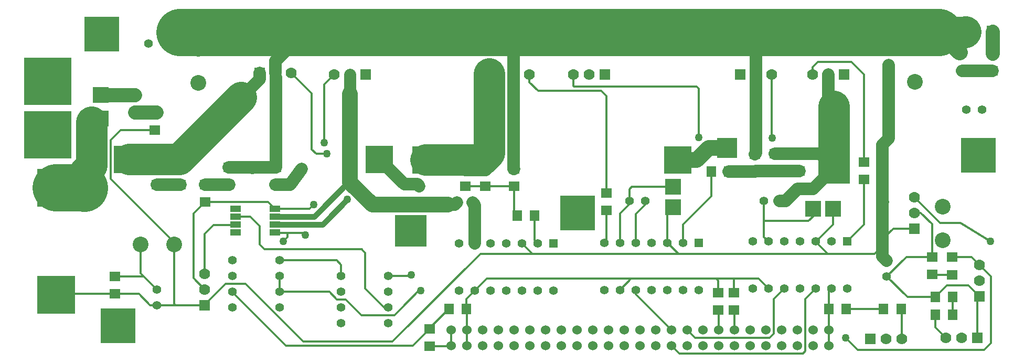
<source format=gtl>
G04 (created by PCBNEW (22-Jun-2014 BZR 4027)-stable) date vie 24 oct 2014 06:28:31 CST*
%MOIN*%
G04 Gerber Fmt 3.4, Leading zero omitted, Abs format*
%FSLAX34Y34*%
G01*
G70*
G90*
G04 APERTURE LIST*
%ADD10C,0.00590551*%
%ADD11R,0.06X0.06*%
%ADD12C,0.06*%
%ADD13R,0.3X0.3*%
%ADD14R,0.175X0.175*%
%ADD15R,0.2X0.2*%
%ADD16R,0.125X0.125*%
%ADD17R,0.24X0.24*%
%ADD18R,0.1X0.1*%
%ADD19R,0.22X0.22*%
%ADD20C,0.055*%
%ADD21R,0.071X0.063*%
%ADD22R,0.063X0.071*%
%ADD23R,0.0709X0.0629*%
%ADD24R,0.0629X0.0709*%
%ADD25R,0.055X0.055*%
%ADD26C,0.1*%
%ADD27R,0.065X0.04*%
%ADD28C,0.07*%
%ADD29R,0.07X0.07*%
%ADD30C,0.05*%
%ADD31C,0.012*%
%ADD32C,0.08*%
%ADD33C,0.2*%
%ADD34C,0.1*%
%ADD35C,0.3*%
%ADD36C,0.09*%
%ADD37C,0.035*%
%ADD38C,0.075*%
G04 APERTURE END LIST*
G54D10*
G54D11*
X106830Y-54205D03*
G54D12*
X106830Y-55205D03*
G54D13*
X53402Y-59645D03*
X53402Y-56235D03*
G54D14*
X58450Y-61200D03*
X74450Y-61200D03*
X77430Y-61250D03*
X93430Y-61250D03*
G54D15*
X76450Y-65740D03*
G54D16*
X96550Y-60490D03*
G54D15*
X103365Y-61730D03*
G54D17*
X53915Y-63010D03*
X53915Y-69810D03*
G54D18*
X103300Y-64330D03*
X102010Y-64330D03*
X93110Y-64230D03*
X93110Y-62940D03*
G54D19*
X56810Y-53230D03*
X57838Y-71764D03*
X112518Y-60956D03*
G54D20*
X112738Y-58030D03*
X111738Y-58030D03*
X98888Y-63835D03*
X99888Y-63835D03*
X80375Y-63960D03*
X79375Y-63960D03*
X60315Y-70475D03*
X60315Y-69475D03*
X90340Y-63830D03*
X91340Y-63830D03*
X106700Y-67640D03*
X106700Y-68640D03*
X111474Y-54566D03*
X111474Y-55566D03*
X60785Y-53850D03*
X59785Y-53850D03*
G54D21*
X58935Y-58210D03*
X58935Y-57110D03*
X113430Y-55570D03*
X113430Y-54470D03*
G54D22*
X79975Y-70695D03*
X78875Y-70695D03*
G54D21*
X77665Y-71963D03*
X77665Y-73063D03*
X67870Y-61720D03*
X67870Y-62820D03*
X88890Y-64450D03*
X88890Y-63350D03*
X105245Y-62465D03*
X105245Y-61365D03*
G54D22*
X96646Y-61974D03*
X95546Y-61974D03*
G54D21*
X98334Y-61966D03*
X98334Y-60866D03*
G54D22*
X83204Y-64768D03*
X84304Y-64768D03*
G54D21*
X83006Y-62920D03*
X83006Y-61820D03*
X63395Y-62803D03*
X63395Y-63903D03*
X64894Y-62798D03*
X64894Y-61698D03*
G54D22*
X104125Y-70695D03*
X103025Y-70695D03*
G54D21*
X97000Y-69670D03*
X97000Y-70770D03*
X96000Y-69670D03*
X96000Y-70770D03*
G54D22*
X110900Y-69950D03*
X109800Y-69950D03*
G54D21*
X109575Y-68500D03*
X109575Y-67400D03*
G54D23*
X99579Y-61949D03*
X99579Y-60831D03*
X101143Y-60829D03*
X101143Y-61947D03*
X79916Y-62903D03*
X79916Y-61785D03*
X81188Y-61800D03*
X81188Y-62918D03*
X60306Y-62811D03*
X60306Y-61693D03*
X61824Y-61693D03*
X61824Y-62811D03*
X60186Y-59331D03*
X60186Y-58213D03*
G54D24*
X112232Y-53052D03*
X113350Y-53052D03*
G54D23*
X110865Y-67421D03*
X110865Y-68539D03*
G54D24*
X109781Y-71080D03*
X110899Y-71080D03*
X107619Y-70700D03*
X106501Y-70700D03*
G54D21*
X57660Y-68660D03*
X57660Y-69760D03*
G54D20*
X75024Y-68605D03*
X75024Y-69605D03*
X75024Y-70605D03*
X75024Y-71605D03*
X72024Y-71605D03*
X72024Y-70605D03*
X72024Y-69605D03*
X72024Y-68605D03*
X65116Y-67624D03*
X65116Y-68624D03*
X65116Y-69624D03*
X65116Y-70624D03*
X68116Y-70624D03*
X68116Y-69624D03*
X68116Y-68624D03*
X68116Y-67624D03*
G54D25*
X85522Y-66546D03*
G54D20*
X84522Y-66546D03*
X83522Y-66546D03*
X82522Y-66546D03*
X81522Y-66546D03*
X80522Y-66546D03*
X79522Y-66546D03*
X79522Y-69546D03*
X80522Y-69546D03*
X81522Y-69546D03*
X82522Y-69546D03*
X83522Y-69546D03*
X84522Y-69546D03*
X85522Y-69546D03*
G54D25*
X94740Y-66502D03*
G54D20*
X93740Y-66502D03*
X92740Y-66502D03*
X91740Y-66502D03*
X90740Y-66502D03*
X89740Y-66502D03*
X88740Y-66502D03*
X88740Y-69502D03*
X89740Y-69502D03*
X90740Y-69502D03*
X91740Y-69502D03*
X92740Y-69502D03*
X93740Y-69502D03*
X94740Y-69502D03*
G54D25*
X104180Y-66420D03*
G54D20*
X103180Y-66420D03*
X102180Y-66420D03*
X101180Y-66420D03*
X100180Y-66420D03*
X99180Y-66420D03*
X98180Y-66420D03*
X98180Y-69420D03*
X99180Y-69420D03*
X100180Y-69420D03*
X101180Y-69420D03*
X102180Y-69420D03*
X103180Y-69420D03*
X104180Y-69420D03*
G54D12*
X79014Y-73051D03*
X79025Y-72060D03*
X84014Y-73051D03*
X80014Y-72051D03*
X85014Y-73051D03*
X81014Y-72051D03*
X86014Y-73051D03*
X82014Y-72051D03*
X87014Y-73051D03*
X83014Y-72051D03*
X88014Y-73051D03*
X84014Y-72051D03*
X89014Y-73051D03*
X85014Y-72051D03*
X90014Y-73051D03*
X86014Y-72051D03*
X91014Y-73051D03*
X87014Y-72051D03*
X92014Y-73051D03*
X88014Y-72051D03*
X93014Y-73051D03*
X89014Y-72051D03*
X94014Y-73051D03*
X90014Y-72051D03*
X91014Y-72051D03*
X95014Y-73051D03*
X92014Y-72051D03*
X94014Y-72051D03*
X95014Y-72051D03*
X96014Y-72051D03*
X97014Y-72051D03*
X96014Y-73051D03*
X97014Y-73051D03*
X80014Y-73051D03*
X81014Y-73051D03*
X82014Y-73051D03*
X83014Y-73051D03*
X98014Y-73051D03*
X98014Y-72051D03*
X93014Y-72051D03*
X99014Y-73051D03*
X99014Y-72051D03*
X100014Y-73051D03*
X100014Y-72051D03*
X101014Y-73051D03*
X101014Y-72051D03*
X102014Y-73051D03*
X102014Y-72051D03*
X103014Y-73051D03*
X103014Y-72051D03*
G54D26*
X62964Y-54194D03*
X62964Y-56334D03*
X61420Y-66610D03*
X59280Y-66610D03*
X108500Y-54125D03*
X108500Y-56265D03*
X110260Y-66350D03*
X110260Y-64210D03*
G54D18*
X56737Y-58627D03*
X56739Y-57110D03*
G54D27*
X65305Y-65835D03*
X65305Y-65335D03*
X65305Y-64835D03*
X65305Y-64335D03*
X67805Y-64335D03*
X67805Y-64835D03*
X67805Y-65335D03*
X67805Y-65835D03*
G54D10*
G36*
X85945Y-65720D02*
X85945Y-63520D01*
X88145Y-63520D01*
X88145Y-65720D01*
X85945Y-65720D01*
X85945Y-65720D01*
G37*
G54D28*
X71600Y-55800D03*
X72600Y-55800D03*
G54D29*
X73600Y-55800D03*
G54D28*
X68850Y-55700D03*
X67850Y-55700D03*
G54D29*
X66850Y-55700D03*
G54D28*
X99400Y-55800D03*
X98400Y-55800D03*
G54D29*
X97400Y-55800D03*
G54D28*
X84000Y-55800D03*
X83000Y-55800D03*
G54D29*
X82000Y-55800D03*
G54D28*
X102000Y-55800D03*
X103000Y-55800D03*
G54D29*
X104000Y-55800D03*
G54D28*
X86800Y-55800D03*
X87800Y-55800D03*
G54D29*
X88800Y-55800D03*
X108460Y-65600D03*
G54D28*
X108460Y-63600D03*
X108460Y-64600D03*
G54D29*
X112590Y-69925D03*
G54D28*
X112590Y-67925D03*
X112590Y-68925D03*
G54D29*
X105650Y-72600D03*
G54D28*
X107650Y-72600D03*
X106650Y-72600D03*
G54D29*
X112452Y-72556D03*
G54D28*
X110452Y-72556D03*
X111452Y-72556D03*
G54D29*
X63360Y-70465D03*
G54D28*
X63360Y-68465D03*
X63360Y-69465D03*
G54D30*
X66374Y-61732D03*
X113302Y-66395D03*
X70278Y-64068D03*
X104097Y-72555D03*
X76500Y-68550D03*
X72420Y-63750D03*
X77000Y-62910D03*
X69533Y-61821D03*
X77072Y-69561D03*
X79254Y-61641D03*
X68341Y-66423D03*
X69737Y-66012D03*
X99405Y-59835D03*
X94738Y-59801D03*
X71124Y-60860D03*
X70960Y-60130D03*
G54D31*
X63360Y-66164D02*
X63360Y-65937D01*
X63360Y-68465D02*
X63360Y-68090D01*
X63360Y-66164D02*
X63360Y-68090D01*
X63917Y-65380D02*
X65304Y-65380D01*
X63360Y-65937D02*
X63917Y-65380D01*
X72024Y-67904D02*
X72024Y-68605D01*
X71744Y-67624D02*
X72024Y-67904D01*
X68116Y-67624D02*
X71744Y-67624D01*
X112232Y-53052D02*
X111753Y-53052D01*
X111753Y-53052D02*
X111674Y-53130D01*
G54D32*
X66340Y-61698D02*
X66374Y-61732D01*
X64894Y-61698D02*
X66340Y-61698D01*
G54D33*
X110019Y-53130D02*
X111674Y-53130D01*
X111674Y-53130D02*
X111705Y-53100D01*
G54D32*
X83000Y-55800D02*
X83000Y-61814D01*
X83000Y-61814D02*
X83006Y-61820D01*
X67870Y-61720D02*
X66386Y-61720D01*
X66386Y-61720D02*
X66374Y-61732D01*
X67880Y-55970D02*
X67880Y-61633D01*
X67874Y-61639D02*
X67870Y-61720D01*
X67880Y-61633D02*
X67874Y-61639D01*
X67850Y-55700D02*
X67850Y-54950D01*
X67850Y-54950D02*
X69669Y-53130D01*
X98400Y-55800D02*
X98400Y-60800D01*
X98400Y-60800D02*
X98334Y-60866D01*
G54D34*
X111354Y-54396D02*
X111335Y-54396D01*
X111335Y-54396D02*
X110019Y-53130D01*
G54D32*
X98400Y-55800D02*
X98400Y-54150D01*
X98400Y-54150D02*
X99418Y-53132D01*
X83000Y-55800D02*
X83000Y-54370D01*
X83000Y-54370D02*
X81762Y-53132D01*
G54D35*
X61789Y-53130D02*
X69669Y-53130D01*
X69669Y-53130D02*
X81762Y-53132D01*
X81762Y-53132D02*
X99418Y-53132D01*
X99418Y-53132D02*
X110019Y-53130D01*
G54D32*
X61789Y-53130D02*
X61787Y-53128D01*
G54D31*
X110090Y-65230D02*
X111400Y-65230D01*
X108460Y-63600D02*
X110090Y-65230D01*
X111400Y-65230D02*
X113302Y-66395D01*
X67803Y-64329D02*
X70017Y-64329D01*
X70017Y-64329D02*
X70278Y-64068D01*
X84304Y-66328D02*
X84522Y-66546D01*
X84304Y-64768D02*
X84304Y-66328D01*
X62643Y-65287D02*
X62643Y-64655D01*
X62643Y-65287D02*
X62643Y-68748D01*
X63360Y-69465D02*
X62643Y-68748D01*
X62643Y-64655D02*
X63395Y-63903D01*
X63395Y-63903D02*
X67373Y-63903D01*
X67373Y-63903D02*
X67803Y-64329D01*
X57660Y-68660D02*
X59500Y-68660D01*
X59280Y-66610D02*
X59280Y-68440D01*
X59280Y-68440D02*
X59500Y-68660D01*
X59500Y-68660D02*
X60315Y-69475D01*
X111339Y-69219D02*
X111884Y-69219D01*
X111884Y-69219D02*
X112590Y-69925D01*
X109800Y-69950D02*
X108010Y-69950D01*
X108010Y-69950D02*
X106700Y-68640D01*
X103025Y-70695D02*
X103025Y-69575D01*
X103025Y-69575D02*
X103180Y-69420D01*
X103014Y-72051D02*
X103014Y-70705D01*
X103014Y-70705D02*
X103025Y-70695D01*
X77665Y-73063D02*
X79002Y-73063D01*
X79002Y-73063D02*
X79014Y-73051D01*
X79025Y-72060D02*
X79025Y-73040D01*
X79025Y-73040D02*
X79014Y-73051D01*
X103014Y-73051D02*
X103014Y-72051D01*
X95546Y-61974D02*
X95546Y-63536D01*
X95546Y-63536D02*
X93740Y-65342D01*
X93740Y-65342D02*
X93740Y-66502D01*
X110531Y-69219D02*
X109800Y-69950D01*
X111339Y-69219D02*
X110531Y-69219D01*
X112452Y-72556D02*
X112452Y-70063D01*
X112452Y-70063D02*
X112590Y-69925D01*
G54D36*
X58935Y-57110D02*
X56739Y-57110D01*
G54D32*
X113430Y-55570D02*
X111478Y-55570D01*
X111478Y-55570D02*
X111474Y-55566D01*
G54D31*
X109575Y-67400D02*
X107940Y-67400D01*
X107940Y-67400D02*
X106700Y-68640D01*
X109575Y-65315D02*
X109575Y-67400D01*
X108860Y-64600D02*
X109575Y-65315D01*
X108460Y-64600D02*
X108860Y-64600D01*
X110865Y-68539D02*
X109614Y-68539D01*
X109614Y-68539D02*
X109575Y-68500D01*
X106501Y-70700D02*
X104130Y-70700D01*
X104130Y-70700D02*
X104125Y-70695D01*
X110900Y-69950D02*
X110900Y-71079D01*
X110900Y-71079D02*
X110899Y-71080D01*
X88890Y-64450D02*
X88890Y-66352D01*
X88890Y-66352D02*
X88740Y-66502D01*
X90340Y-63830D02*
X90340Y-63100D01*
X90500Y-62940D02*
X93110Y-62940D01*
X90340Y-63100D02*
X90500Y-62940D01*
X90340Y-63830D02*
X90340Y-64038D01*
X89740Y-64638D02*
X89740Y-66502D01*
X90340Y-64038D02*
X89740Y-64638D01*
X65116Y-69624D02*
X65116Y-69629D01*
X68535Y-73053D02*
X68535Y-73040D01*
X68527Y-73045D02*
X68535Y-73053D01*
X68527Y-73040D02*
X68527Y-73045D01*
X65116Y-69629D02*
X68527Y-73040D01*
X76406Y-73040D02*
X76588Y-73040D01*
X68535Y-73040D02*
X76406Y-73040D01*
X76588Y-73040D02*
X77665Y-71963D01*
X77665Y-71963D02*
X77665Y-71905D01*
X77665Y-71905D02*
X78875Y-70695D01*
X99518Y-71570D02*
X99518Y-70082D01*
X99518Y-70082D02*
X100180Y-69420D01*
X94517Y-72554D02*
X94014Y-72051D01*
X99257Y-72554D02*
X94517Y-72554D01*
X99518Y-72293D02*
X99257Y-72554D01*
X99518Y-71570D02*
X99518Y-72293D01*
X113310Y-68645D02*
X112590Y-67925D01*
X112086Y-67421D02*
X112590Y-67925D01*
X110865Y-67421D02*
X112086Y-67421D01*
X113310Y-72870D02*
X113310Y-68645D01*
X112883Y-73297D02*
X113310Y-72870D01*
X104839Y-73297D02*
X112883Y-73297D01*
X104097Y-72555D02*
X104839Y-73297D01*
X101516Y-71854D02*
X101516Y-70084D01*
X101516Y-70084D02*
X102180Y-69420D01*
X101371Y-73535D02*
X101371Y-73533D01*
X101290Y-73535D02*
X93512Y-73535D01*
X101371Y-73535D02*
X101290Y-73535D01*
X93014Y-73051D02*
X93512Y-73535D01*
X101516Y-73388D02*
X101516Y-71854D01*
X101371Y-73533D02*
X101516Y-73388D01*
G54D34*
X93430Y-61250D02*
X94612Y-61250D01*
X95372Y-60490D02*
X96550Y-60490D01*
X94612Y-61250D02*
X95372Y-60490D01*
G54D31*
X102010Y-64330D02*
X102010Y-64840D01*
X101730Y-65120D02*
X98888Y-65120D01*
X102010Y-64840D02*
X101730Y-65120D01*
X98888Y-63835D02*
X98888Y-65120D01*
X98888Y-65120D02*
X98888Y-66128D01*
X98888Y-66128D02*
X99180Y-66420D01*
X96014Y-72051D02*
X96014Y-70784D01*
X96014Y-70784D02*
X96000Y-70770D01*
X109781Y-71080D02*
X109781Y-71885D01*
X109781Y-71885D02*
X110452Y-72556D01*
G54D36*
X58935Y-58210D02*
X60281Y-58210D01*
X60281Y-58210D02*
X60291Y-58200D01*
G54D32*
X64920Y-62805D02*
X63397Y-62805D01*
X63397Y-62805D02*
X63395Y-62803D01*
X60306Y-62811D02*
X61824Y-62811D01*
G54D31*
X75024Y-68605D02*
X76445Y-68605D01*
X76445Y-68605D02*
X76500Y-68550D01*
G54D36*
X113427Y-53081D02*
X113427Y-54467D01*
X113427Y-54467D02*
X113430Y-54470D01*
G54D31*
X65304Y-64860D02*
X66267Y-64860D01*
X67155Y-66915D02*
X67125Y-66885D01*
X67155Y-66915D02*
X68005Y-66915D01*
X66836Y-66596D02*
X67125Y-66885D01*
X66836Y-65429D02*
X66836Y-66596D01*
X66420Y-65013D02*
X66836Y-65429D01*
X66267Y-64860D02*
X66420Y-65013D01*
X75024Y-70605D02*
X74745Y-70605D01*
X73560Y-67780D02*
X73560Y-67140D01*
X73560Y-67140D02*
X73335Y-66915D01*
X73560Y-69420D02*
X73560Y-67780D01*
X74745Y-70605D02*
X73560Y-69420D01*
X73155Y-66915D02*
X73335Y-66915D01*
X68005Y-66915D02*
X73155Y-66915D01*
X73335Y-66915D02*
X73337Y-66915D01*
X67980Y-66915D02*
X68005Y-66915D01*
G54D32*
X98334Y-61966D02*
X96654Y-61966D01*
X96654Y-61966D02*
X96646Y-61974D01*
X99579Y-61949D02*
X98351Y-61949D01*
X98351Y-61949D02*
X98334Y-61966D01*
X101143Y-61947D02*
X99581Y-61947D01*
X99581Y-61947D02*
X99579Y-61949D01*
G54D31*
X81188Y-62918D02*
X83004Y-62918D01*
X83004Y-62918D02*
X83006Y-62920D01*
X83006Y-64570D02*
X83204Y-64768D01*
X83006Y-62920D02*
X83006Y-64570D01*
X81188Y-62918D02*
X79931Y-62918D01*
X79931Y-62918D02*
X79916Y-62903D01*
G54D32*
X80522Y-66546D02*
X80522Y-64107D01*
X80522Y-64107D02*
X80375Y-63960D01*
G54D31*
X105245Y-62465D02*
X105245Y-65355D01*
X105245Y-65355D02*
X104180Y-66420D01*
X97014Y-70784D02*
X97000Y-70770D01*
X97014Y-72051D02*
X97014Y-70784D01*
X107650Y-72600D02*
X107650Y-70731D01*
X107650Y-70731D02*
X107619Y-70700D01*
G54D37*
X70850Y-65335D02*
X71055Y-65130D01*
X67805Y-65335D02*
X70850Y-65335D01*
X71055Y-65130D02*
X72420Y-63750D01*
G54D32*
X76040Y-62790D02*
X74450Y-61200D01*
X76880Y-62790D02*
X76040Y-62790D01*
X77000Y-62910D02*
X76880Y-62790D01*
X103000Y-55800D02*
X103000Y-57465D01*
X103000Y-57465D02*
X103365Y-57830D01*
G54D33*
X103365Y-61730D02*
X103365Y-57830D01*
X103357Y-57838D02*
X103356Y-57838D01*
X103365Y-57830D02*
X103357Y-57838D01*
G54D32*
X99888Y-63835D02*
X100285Y-63835D01*
X102005Y-63090D02*
X103365Y-61730D01*
X101030Y-63090D02*
X102005Y-63090D01*
X100285Y-63835D02*
X101030Y-63090D01*
X101143Y-60829D02*
X102464Y-60829D01*
X102464Y-60829D02*
X103365Y-61730D01*
X99579Y-60831D02*
X101141Y-60831D01*
X101141Y-60831D02*
X101143Y-60829D01*
X69533Y-61822D02*
X69533Y-61821D01*
X68788Y-62826D02*
X69533Y-61822D01*
X67867Y-62826D02*
X68788Y-62826D01*
G54D31*
X75846Y-70679D02*
X76964Y-69561D01*
X76964Y-69561D02*
X77072Y-69561D01*
X68116Y-69624D02*
X71289Y-69624D01*
X75408Y-71115D02*
X75753Y-70770D01*
X75753Y-70770D02*
X75844Y-70679D01*
X73325Y-71115D02*
X75408Y-71115D01*
X72311Y-70101D02*
X73325Y-71115D01*
X71766Y-70101D02*
X72311Y-70101D01*
X71289Y-69624D02*
X71766Y-70101D01*
X75844Y-70679D02*
X75846Y-70679D01*
X68116Y-68624D02*
X68116Y-69624D01*
G54D37*
X67802Y-64850D02*
X70310Y-64850D01*
X70532Y-64628D02*
X72600Y-62560D01*
X70325Y-64835D02*
X70532Y-64628D01*
X70310Y-64850D02*
X70325Y-64835D01*
G54D32*
X78831Y-64080D02*
X79255Y-64080D01*
X79255Y-64080D02*
X79375Y-63960D01*
G54D34*
X77320Y-64080D02*
X78831Y-64080D01*
X72600Y-62670D02*
X74010Y-64080D01*
X74010Y-64080D02*
X77320Y-64080D01*
X72600Y-62560D02*
X72600Y-62670D01*
G54D33*
X58580Y-61200D02*
X61758Y-61200D01*
X61758Y-61200D02*
X63360Y-59598D01*
X63360Y-59598D02*
X65670Y-57288D01*
G54D34*
X72600Y-57059D02*
X72600Y-62560D01*
G54D38*
X72600Y-55800D02*
X72600Y-57059D01*
X72600Y-57059D02*
X72590Y-57069D01*
G54D32*
X65670Y-57288D02*
X65670Y-57284D01*
X66850Y-56104D02*
X66850Y-55700D01*
X65670Y-57284D02*
X66850Y-56104D01*
G54D33*
X65670Y-57288D02*
X65604Y-57354D01*
G54D31*
X79254Y-61641D02*
X79254Y-61250D01*
X79254Y-61250D02*
X79254Y-61641D01*
X79254Y-61641D02*
X79254Y-61250D01*
G54D33*
X77430Y-61250D02*
X79254Y-61250D01*
X79254Y-61250D02*
X81024Y-61250D01*
X81459Y-60815D02*
X81459Y-55769D01*
X81024Y-61250D02*
X81459Y-60815D01*
G54D36*
X79931Y-61800D02*
X81188Y-61800D01*
G54D31*
X91340Y-63830D02*
X91340Y-64081D01*
X90740Y-64681D02*
X90740Y-66502D01*
X91340Y-64081D02*
X90740Y-64681D01*
X79931Y-61800D02*
X79916Y-61785D01*
G54D33*
X55726Y-63030D02*
X55726Y-62077D01*
G54D35*
X53915Y-63010D02*
X55706Y-63010D01*
X55706Y-63010D02*
X55726Y-63030D01*
G54D33*
X56198Y-58861D02*
X56200Y-58860D01*
X56198Y-61605D02*
X56198Y-58861D01*
X55726Y-62077D02*
X56198Y-61605D01*
G54D31*
X68341Y-66423D02*
X68341Y-66422D01*
X68631Y-66132D02*
X68631Y-65892D01*
X68341Y-66422D02*
X68631Y-66132D01*
X69737Y-66012D02*
X69676Y-66012D01*
X68631Y-65892D02*
X69556Y-65892D01*
X69676Y-66012D02*
X69556Y-65892D01*
X67800Y-65892D02*
X68631Y-65892D01*
X102000Y-55800D02*
X102000Y-55330D01*
X105245Y-55805D02*
X105245Y-61365D01*
X104440Y-55000D02*
X105245Y-55805D01*
X102330Y-55000D02*
X104440Y-55000D01*
X102000Y-55330D02*
X102330Y-55000D01*
X99405Y-59835D02*
X99400Y-59830D01*
X99400Y-59830D02*
X99400Y-55800D01*
X86800Y-55800D02*
X86800Y-56533D01*
X94617Y-56565D02*
X94754Y-56702D01*
X86832Y-56565D02*
X94617Y-56565D01*
X86800Y-56533D02*
X86832Y-56565D01*
X94738Y-59801D02*
X94738Y-59562D01*
X94760Y-59510D02*
X94754Y-59510D01*
X94754Y-59516D02*
X94760Y-59510D01*
X94754Y-59546D02*
X94754Y-59516D01*
X94738Y-59562D02*
X94754Y-59546D01*
X94754Y-59510D02*
X94754Y-56702D01*
X88890Y-63350D02*
X88890Y-57190D01*
X88890Y-57190D02*
X88550Y-56850D01*
X84000Y-55800D02*
X84000Y-56300D01*
X84550Y-56850D02*
X88550Y-56850D01*
X84000Y-56300D02*
X84550Y-56850D01*
X93014Y-72051D02*
X93014Y-72050D01*
X90740Y-69776D02*
X90740Y-69502D01*
X93014Y-72050D02*
X90740Y-69776D01*
X70160Y-60399D02*
X70160Y-57010D01*
X70160Y-60570D02*
X70160Y-60399D01*
X68850Y-55700D02*
X70160Y-57010D01*
X70439Y-60849D02*
X70160Y-60570D01*
X71113Y-60849D02*
X70439Y-60849D01*
X71124Y-60860D02*
X71113Y-60849D01*
X70960Y-57060D02*
X70960Y-56440D01*
X70960Y-56440D02*
X71600Y-55800D01*
X70960Y-57060D02*
X70960Y-60130D01*
X108460Y-65600D02*
X107110Y-65600D01*
X60186Y-59331D02*
X58035Y-59331D01*
X61420Y-66481D02*
X61420Y-66610D01*
X57384Y-62445D02*
X61420Y-66481D01*
X57384Y-59982D02*
X57384Y-62445D01*
X58035Y-59331D02*
X57384Y-59982D01*
X61420Y-69356D02*
X61420Y-70373D01*
X61420Y-70373D02*
X61522Y-70475D01*
X102180Y-66420D02*
X102180Y-66452D01*
X102180Y-66452D02*
X102949Y-67221D01*
X93471Y-67221D02*
X102949Y-67221D01*
X102949Y-67221D02*
X105931Y-67221D01*
X105931Y-67221D02*
X106426Y-66726D01*
X91845Y-67221D02*
X93471Y-67221D01*
X84180Y-67221D02*
X91845Y-67221D01*
X92740Y-66502D02*
X92752Y-66502D01*
X92752Y-66502D02*
X93471Y-67221D01*
X83522Y-66546D02*
X83522Y-66548D01*
X84180Y-67218D02*
X84180Y-67221D01*
X84183Y-67221D02*
X84180Y-67218D01*
X84195Y-67221D02*
X84183Y-67221D01*
X83522Y-66548D02*
X84195Y-67221D01*
X63360Y-70465D02*
X63360Y-70457D01*
X63360Y-70457D02*
X64697Y-69120D01*
X62975Y-70475D02*
X63350Y-70475D01*
X61522Y-70475D02*
X62975Y-70475D01*
X63350Y-70475D02*
X63360Y-70465D01*
X83840Y-67221D02*
X80871Y-67221D01*
X65955Y-69120D02*
X64697Y-69120D01*
X69625Y-72790D02*
X65955Y-69120D01*
X75302Y-72790D02*
X69625Y-72790D01*
X80871Y-67221D02*
X75302Y-72790D01*
X60315Y-70475D02*
X61522Y-70475D01*
X57660Y-69760D02*
X53965Y-69760D01*
X53965Y-69760D02*
X53915Y-69810D01*
X60315Y-70475D02*
X59885Y-70475D01*
X59170Y-69760D02*
X57660Y-69760D01*
X59885Y-70475D02*
X59170Y-69760D01*
X61420Y-66610D02*
X61420Y-69356D01*
X107110Y-65600D02*
X106426Y-66284D01*
G54D32*
X106426Y-63900D02*
X106426Y-66284D01*
X106426Y-66284D02*
X106426Y-66726D01*
X106426Y-66726D02*
X106426Y-67235D01*
X106426Y-67235D02*
X106426Y-67366D01*
X106426Y-67366D02*
X106700Y-67640D01*
X106830Y-55205D02*
X106830Y-59865D01*
X106414Y-63888D02*
X106426Y-63900D01*
X106426Y-63900D02*
X106436Y-63910D01*
X106414Y-60281D02*
X106414Y-63888D01*
X106830Y-59865D02*
X106414Y-60281D01*
G54D31*
X83862Y-67221D02*
X84180Y-67221D01*
X83840Y-67221D02*
X83862Y-67221D01*
X83841Y-67218D02*
X83840Y-67221D01*
X102180Y-66420D02*
X102210Y-66420D01*
X103300Y-65330D02*
X103300Y-64330D01*
X102210Y-66420D02*
X103300Y-65330D01*
X92740Y-66502D02*
X92740Y-64600D01*
X92740Y-64600D02*
X93110Y-64230D01*
X79975Y-70695D02*
X79975Y-70093D01*
X79975Y-70093D02*
X80522Y-69546D01*
X97000Y-68854D02*
X96936Y-68790D01*
X97000Y-69670D02*
X97000Y-68854D01*
X96936Y-68790D02*
X98550Y-68790D01*
X96000Y-68895D02*
X95895Y-68790D01*
X96000Y-69670D02*
X96000Y-68895D01*
X95895Y-68790D02*
X96440Y-68790D01*
X89740Y-69502D02*
X89740Y-69497D01*
X89740Y-69497D02*
X90447Y-68790D01*
X80522Y-69546D02*
X80534Y-69546D01*
X81290Y-68790D02*
X90447Y-68790D01*
X80534Y-69546D02*
X81290Y-68790D01*
X98550Y-68790D02*
X99180Y-69420D01*
X96440Y-68790D02*
X96936Y-68790D01*
X90447Y-68790D02*
X95895Y-68790D01*
X80014Y-72051D02*
X80014Y-70734D01*
X80014Y-70734D02*
X79975Y-70695D01*
X80014Y-72051D02*
X80014Y-73051D01*
M02*

</source>
